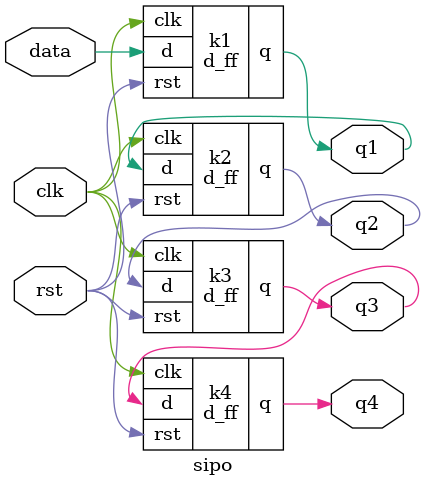
<source format=v>

module d_ff
(
input d,clk,rst,
output reg q
);
always@(posedge clk)
begin
if(rst)
q<=0;
else
q<=d;
end
endmodule
///////////////////////

module sipo(
input data,
input clk,rst,
output q1,q2,q3,q4
);
wire  d2,d3,d4;
d_ff k1(.clk(clk),.rst(rst),.d(data),.q(q1));
d_ff k2(.clk(clk),.rst(rst),.d(q1),.q(q2));
d_ff k3(.clk(clk),.rst(rst),.d(q2),.q(q3));
d_ff k4(.clk(clk),.rst(rst),.d(q3),.q(q4));

endmodule



</source>
